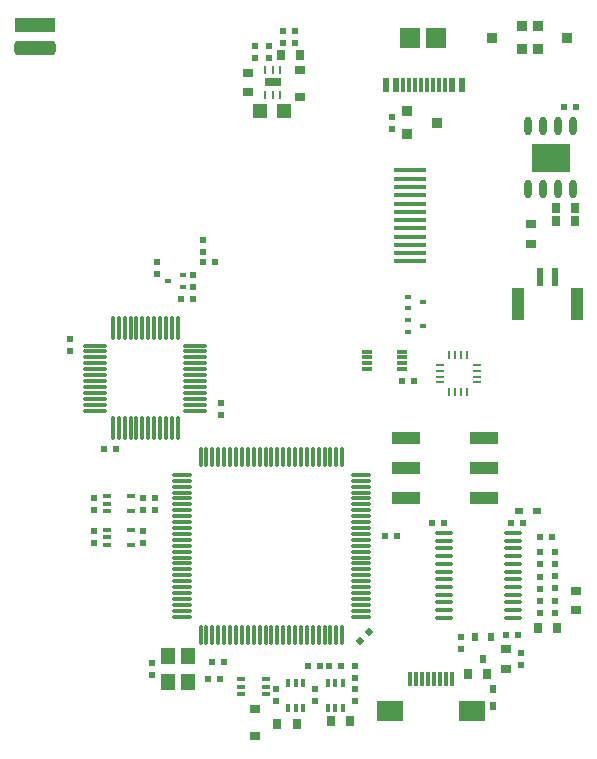
<source format=gbp>
G04*
G04 #@! TF.GenerationSoftware,Altium Limited,Altium Designer,20.0.13 (296)*
G04*
G04 Layer_Color=2631768*
%FSLAX44Y44*%
%MOMM*%
G71*
G01*
G75*
%ADD21R,0.5080X0.5588*%
%ADD22R,0.5588X0.5080*%
%ADD24R,0.7620X0.8382*%
%ADD28R,0.4000X0.6500*%
%ADD30R,0.9000X0.3000*%
%ADD31R,0.6500X0.4000*%
%ADD33R,1.1500X1.3000*%
%ADD37R,0.9500X0.9000*%
%ADD38R,0.9500X0.9000*%
%ADD39R,0.5080X0.3560*%
%ADD42R,0.8382X0.7620*%
%ADD43R,0.5000X0.6400*%
%ADD44R,0.5000X0.8000*%
G04:AMPARAMS|DCode=130|XSize=0.508mm|YSize=0.5588mm|CornerRadius=0mm|HoleSize=0mm|Usage=FLASHONLY|Rotation=45.000|XOffset=0mm|YOffset=0mm|HoleType=Round|Shape=Rectangle|*
%AMROTATEDRECTD130*
4,1,4,0.0180,-0.3772,-0.3772,0.0180,-0.0180,0.3772,0.3772,-0.0180,0.0180,-0.3772,0.0*
%
%ADD130ROTATEDRECTD130*%

%ADD131R,0.8300X0.8000*%
%ADD132O,1.8000X0.3000*%
%ADD133O,0.3000X1.8000*%
%ADD134R,0.6000X1.2000*%
%ADD135R,0.3000X1.2000*%
%ADD136R,0.6400X0.5000*%
%ADD137R,1.2000X1.4000*%
%ADD138O,1.5500X0.3500*%
%ADD141R,1.0000X2.7000*%
%ADD142R,0.6000X1.6000*%
%ADD145R,3.3000X2.4000*%
%ADD146O,0.6000X1.6000*%
%ADD147R,2.8000X0.3500*%
%ADD148O,2.1000X0.3000*%
%ADD149O,0.3000X2.1000*%
%ADD150R,3.5000X1.2000*%
G04:AMPARAMS|DCode=151|XSize=3.5mm|YSize=1.2mm|CornerRadius=0.3mm|HoleSize=0mm|Usage=FLASHONLY|Rotation=0.000|XOffset=0mm|YOffset=0mm|HoleType=Round|Shape=RoundedRectangle|*
%AMROUNDEDRECTD151*
21,1,3.5000,0.6000,0,0,0.0*
21,1,2.9000,1.2000,0,0,0.0*
1,1,0.6000,1.4500,-0.3000*
1,1,0.6000,-1.4500,-0.3000*
1,1,0.6000,-1.4500,0.3000*
1,1,0.6000,1.4500,0.3000*
%
%ADD151ROUNDEDRECTD151*%
%ADD152R,0.2500X0.8000*%
%ADD153R,0.8000X0.2500*%
%ADD155R,1.8000X1.8000*%
%ADD194R,0.3000X1.2500*%
%ADD195R,1.4000X0.8000*%
%ADD196R,2.4886X1.0179*%
%ADD197R,2.2000X1.7000*%
%ADD198R,0.2500X0.6500*%
D21*
X444830Y189000D02*
D03*
X434670D02*
D03*
X191990Y71793D02*
D03*
X181830Y71793D02*
D03*
X290830Y68500D02*
D03*
X280670D02*
D03*
X328420Y178000D02*
D03*
X338580D02*
D03*
X188330Y57000D02*
D03*
X178170D02*
D03*
X440910Y94750D02*
D03*
X430750D02*
D03*
X242170Y605750D02*
D03*
X252330Y605750D02*
D03*
X155221Y379203D02*
D03*
X165381D02*
D03*
X479670Y541250D02*
D03*
X489830D02*
D03*
X184330Y410250D02*
D03*
X174170D02*
D03*
X100830Y252250D02*
D03*
X90670D02*
D03*
X353060Y309880D02*
D03*
X342900D02*
D03*
X242170Y595250D02*
D03*
X252330D02*
D03*
X262920Y68500D02*
D03*
X273080D02*
D03*
X367920Y189000D02*
D03*
X378080D02*
D03*
X469580Y177250D02*
D03*
X459420D02*
D03*
D22*
X131000Y60670D02*
D03*
X131000Y70830D02*
D03*
X459000Y143830D02*
D03*
Y133670D02*
D03*
Y154170D02*
D03*
Y164330D02*
D03*
Y123330D02*
D03*
Y113170D02*
D03*
X133750Y210830D02*
D03*
Y200670D02*
D03*
X82000D02*
D03*
Y210830D02*
D03*
X123500D02*
D03*
Y200670D02*
D03*
X123500Y171920D02*
D03*
X123500Y182080D02*
D03*
X235750Y38420D02*
D03*
Y48580D02*
D03*
X269250Y48330D02*
D03*
Y38170D02*
D03*
X82000Y171920D02*
D03*
Y182080D02*
D03*
X302750Y48330D02*
D03*
Y38170D02*
D03*
Y68330D02*
D03*
Y58170D02*
D03*
X472000Y154170D02*
D03*
Y164330D02*
D03*
Y133920D02*
D03*
Y144080D02*
D03*
Y123330D02*
D03*
Y113170D02*
D03*
X392250Y92830D02*
D03*
Y82670D02*
D03*
X218250Y582920D02*
D03*
Y593080D02*
D03*
X165301Y389123D02*
D03*
Y399283D02*
D03*
X174250Y418420D02*
D03*
Y428580D02*
D03*
X61250Y334670D02*
D03*
Y344830D02*
D03*
X134750Y410330D02*
D03*
X134750Y400170D02*
D03*
X189500Y290580D02*
D03*
X189500Y280420D02*
D03*
X443000Y69420D02*
D03*
X443000Y79580D02*
D03*
X334250Y533080D02*
D03*
Y522920D02*
D03*
X229750Y593080D02*
D03*
Y582920D02*
D03*
D24*
X414628Y61250D02*
D03*
X398372D02*
D03*
X457372Y100750D02*
D03*
X473628D02*
D03*
X298628Y21500D02*
D03*
X282372Y21500D02*
D03*
X237122Y19000D02*
D03*
X253378D02*
D03*
X256378Y585250D02*
D03*
X240122D02*
D03*
X473122Y456250D02*
D03*
X489378D02*
D03*
X473122Y444750D02*
D03*
X489378D02*
D03*
D28*
X246000Y53500D02*
D03*
X252500Y53500D02*
D03*
X259000Y53500D02*
D03*
Y33000D02*
D03*
X252500D02*
D03*
X246000D02*
D03*
X279500Y33000D02*
D03*
X286000Y33000D02*
D03*
X292500Y33000D02*
D03*
Y53500D02*
D03*
X286000Y53500D02*
D03*
X279500D02*
D03*
D30*
X342914Y334398D02*
D03*
Y329398D02*
D03*
Y324398D02*
D03*
Y319398D02*
D03*
X312914D02*
D03*
Y324398D02*
D03*
Y329398D02*
D03*
Y334398D02*
D03*
D31*
X206500Y57250D02*
D03*
Y50750D02*
D03*
Y44250D02*
D03*
X227000D02*
D03*
Y50750D02*
D03*
Y57250D02*
D03*
X92500Y199250D02*
D03*
X92500Y205750D02*
D03*
X92500Y212250D02*
D03*
X113000D02*
D03*
Y199250D02*
D03*
Y170500D02*
D03*
Y183500D02*
D03*
X92500Y183500D02*
D03*
Y177000D02*
D03*
Y170500D02*
D03*
D33*
X242250Y537750D02*
D03*
X222250D02*
D03*
D37*
X457500Y590750D02*
D03*
X482500Y600250D02*
D03*
X444000Y609750D02*
D03*
X419000Y600250D02*
D03*
X372000Y528250D02*
D03*
X347000Y518750D02*
D03*
D38*
X457500Y609750D02*
D03*
X444000Y590750D02*
D03*
X347000Y537750D02*
D03*
D39*
X347396Y351047D02*
D03*
Y360953D02*
D03*
X360604Y356000D02*
D03*
X347396Y371047D02*
D03*
Y380953D02*
D03*
X360604Y376000D02*
D03*
X157354Y399203D02*
D03*
Y389297D02*
D03*
X144146Y394250D02*
D03*
D42*
X489500Y131878D02*
D03*
Y115622D02*
D03*
X430500Y82256D02*
D03*
Y66000D02*
D03*
X212500Y554372D02*
D03*
Y570628D02*
D03*
X451750Y442128D02*
D03*
Y425872D02*
D03*
D43*
X420000Y34200D02*
D03*
Y48800D02*
D03*
D44*
X411250Y74500D02*
D03*
X417750Y92500D02*
D03*
X404750D02*
D03*
D130*
X307158Y89658D02*
D03*
X314342Y96842D02*
D03*
D131*
X256000Y573000D02*
D03*
X256000Y550000D02*
D03*
X218000Y8750D02*
D03*
Y31750D02*
D03*
D132*
X156500Y110000D02*
D03*
X156500Y115000D02*
D03*
Y120000D02*
D03*
X156500Y125000D02*
D03*
Y130000D02*
D03*
Y135000D02*
D03*
Y140000D02*
D03*
Y145000D02*
D03*
Y150000D02*
D03*
X156500Y155000D02*
D03*
Y160000D02*
D03*
X156500Y165000D02*
D03*
Y170000D02*
D03*
X156500Y175000D02*
D03*
Y180000D02*
D03*
X156500Y185000D02*
D03*
X156500Y190000D02*
D03*
X156500Y195000D02*
D03*
X156500Y200000D02*
D03*
X156500Y205000D02*
D03*
X156500Y210000D02*
D03*
Y215000D02*
D03*
X156500Y220000D02*
D03*
X156500Y225000D02*
D03*
X156500Y230000D02*
D03*
X307500Y230000D02*
D03*
X307500Y225000D02*
D03*
Y220000D02*
D03*
Y215000D02*
D03*
X307500Y210000D02*
D03*
X307500Y205000D02*
D03*
X307500Y200000D02*
D03*
X307500Y195000D02*
D03*
X307500Y190000D02*
D03*
X307500Y185000D02*
D03*
X307500Y180000D02*
D03*
X307500Y175000D02*
D03*
X307500Y170000D02*
D03*
Y165000D02*
D03*
Y160000D02*
D03*
Y155000D02*
D03*
Y150000D02*
D03*
Y145000D02*
D03*
Y140000D02*
D03*
Y135000D02*
D03*
Y130000D02*
D03*
Y125000D02*
D03*
Y120000D02*
D03*
Y115000D02*
D03*
Y110000D02*
D03*
D133*
X172000Y245500D02*
D03*
X177000D02*
D03*
X182000Y245500D02*
D03*
X187000D02*
D03*
X192000Y245500D02*
D03*
X197000D02*
D03*
X202000D02*
D03*
X207000D02*
D03*
X212000D02*
D03*
X217000Y245500D02*
D03*
X222000Y245500D02*
D03*
X227000Y245500D02*
D03*
X232000D02*
D03*
X237000Y245500D02*
D03*
X242000D02*
D03*
X247000Y245500D02*
D03*
X252000D02*
D03*
X257000D02*
D03*
X262000Y245500D02*
D03*
X267000Y245500D02*
D03*
X272000Y245500D02*
D03*
X277000Y245500D02*
D03*
X282000D02*
D03*
X287000Y245500D02*
D03*
X292000D02*
D03*
X292000Y94500D02*
D03*
X287000D02*
D03*
X282000D02*
D03*
X277000D02*
D03*
X272000D02*
D03*
X267000D02*
D03*
X262000D02*
D03*
X257000D02*
D03*
X252000D02*
D03*
X247000Y94500D02*
D03*
X242000Y94500D02*
D03*
X237000D02*
D03*
X232000D02*
D03*
X227000D02*
D03*
X222000Y94500D02*
D03*
X217000Y94500D02*
D03*
X212000D02*
D03*
X207000D02*
D03*
X202000D02*
D03*
X197000D02*
D03*
X192000D02*
D03*
X187000D02*
D03*
X182000D02*
D03*
X177000D02*
D03*
X172000D02*
D03*
D134*
X329260Y559889D02*
D03*
X337262Y559889D02*
D03*
X385261D02*
D03*
X393260D02*
D03*
D135*
X343761Y559889D02*
D03*
X348761D02*
D03*
X353761Y559889D02*
D03*
X358761D02*
D03*
X363758D02*
D03*
X368762Y559889D02*
D03*
X373766D02*
D03*
X378762D02*
D03*
D136*
X456550Y199750D02*
D03*
X441950D02*
D03*
D137*
X161500Y76500D02*
D03*
X144500D02*
D03*
Y54500D02*
D03*
X161500D02*
D03*
D138*
X436240Y128666D02*
D03*
Y122166D02*
D03*
Y115666D02*
D03*
Y109166D02*
D03*
Y135166D02*
D03*
Y141666D02*
D03*
Y148166D02*
D03*
Y154666D02*
D03*
Y161166D02*
D03*
Y167666D02*
D03*
Y174166D02*
D03*
X436240Y180666D02*
D03*
X377740Y174166D02*
D03*
Y180666D02*
D03*
Y167666D02*
D03*
Y161166D02*
D03*
X377740Y154666D02*
D03*
X377740Y148166D02*
D03*
Y141666D02*
D03*
Y135166D02*
D03*
Y128666D02*
D03*
Y122166D02*
D03*
Y115666D02*
D03*
Y109166D02*
D03*
D141*
X441000Y375000D02*
D03*
X491000Y375000D02*
D03*
D142*
X472250Y397500D02*
D03*
X459750D02*
D03*
D145*
X468350Y498500D02*
D03*
D146*
X449300Y525000D02*
D03*
X462000D02*
D03*
X474700D02*
D03*
X487400D02*
D03*
X449300Y472000D02*
D03*
X462000D02*
D03*
X474700D02*
D03*
X487400D02*
D03*
D147*
X349000Y410744D02*
D03*
X349000Y417744D02*
D03*
Y424744D02*
D03*
X349000Y431744D02*
D03*
X349000Y438750D02*
D03*
Y445750D02*
D03*
X349000Y452750D02*
D03*
Y459750D02*
D03*
X349000Y466750D02*
D03*
X349000Y473750D02*
D03*
Y480750D02*
D03*
X349000Y487750D02*
D03*
D148*
X82980Y339500D02*
D03*
Y334500D02*
D03*
Y329500D02*
D03*
Y324500D02*
D03*
Y319500D02*
D03*
Y284500D02*
D03*
X167520D02*
D03*
Y289500D02*
D03*
Y294500D02*
D03*
Y299500D02*
D03*
Y304500D02*
D03*
Y309500D02*
D03*
Y314500D02*
D03*
Y319500D02*
D03*
Y324500D02*
D03*
Y329500D02*
D03*
Y334500D02*
D03*
Y339500D02*
D03*
X82980Y314500D02*
D03*
Y299500D02*
D03*
Y294500D02*
D03*
Y289500D02*
D03*
Y304500D02*
D03*
Y309500D02*
D03*
D149*
X97750Y269984D02*
D03*
X102750D02*
D03*
X107750D02*
D03*
X112750D02*
D03*
X117750D02*
D03*
X122750D02*
D03*
X127750D02*
D03*
X132750D02*
D03*
X137750D02*
D03*
X142750D02*
D03*
X147750D02*
D03*
X152750D02*
D03*
Y354270D02*
D03*
X147750D02*
D03*
X142750D02*
D03*
X137750D02*
D03*
X132750D02*
D03*
X127750D02*
D03*
X122750D02*
D03*
X117750D02*
D03*
X112750D02*
D03*
X107750D02*
D03*
X102750D02*
D03*
X97750D02*
D03*
D150*
X32000Y611000D02*
D03*
D151*
Y591000D02*
D03*
D152*
X397750Y331246D02*
D03*
X392750D02*
D03*
X387750D02*
D03*
X382750D02*
D03*
Y300254D02*
D03*
X387750D02*
D03*
X392750D02*
D03*
X397750D02*
D03*
D153*
X375008Y323250D02*
D03*
Y318250D02*
D03*
Y313250D02*
D03*
Y308250D02*
D03*
X406000D02*
D03*
Y313250D02*
D03*
Y318250D02*
D03*
Y323250D02*
D03*
D155*
X349708Y599679D02*
D03*
X371708D02*
D03*
D194*
X384653Y57193D02*
D03*
X379653D02*
D03*
X374653D02*
D03*
X369653D02*
D03*
X364654D02*
D03*
X359654D02*
D03*
X354654D02*
D03*
X349654D02*
D03*
D195*
X233001Y562500D02*
D03*
D196*
X346205Y260867D02*
D03*
Y235467D02*
D03*
Y210067D02*
D03*
X411730Y210049D02*
D03*
X411731Y235449D02*
D03*
X411730Y260848D02*
D03*
D197*
X401654Y29943D02*
D03*
X332654D02*
D03*
D198*
X226500Y573000D02*
D03*
X233000D02*
D03*
X239500D02*
D03*
Y552000D02*
D03*
X233000D02*
D03*
X226500D02*
D03*
M02*

</source>
